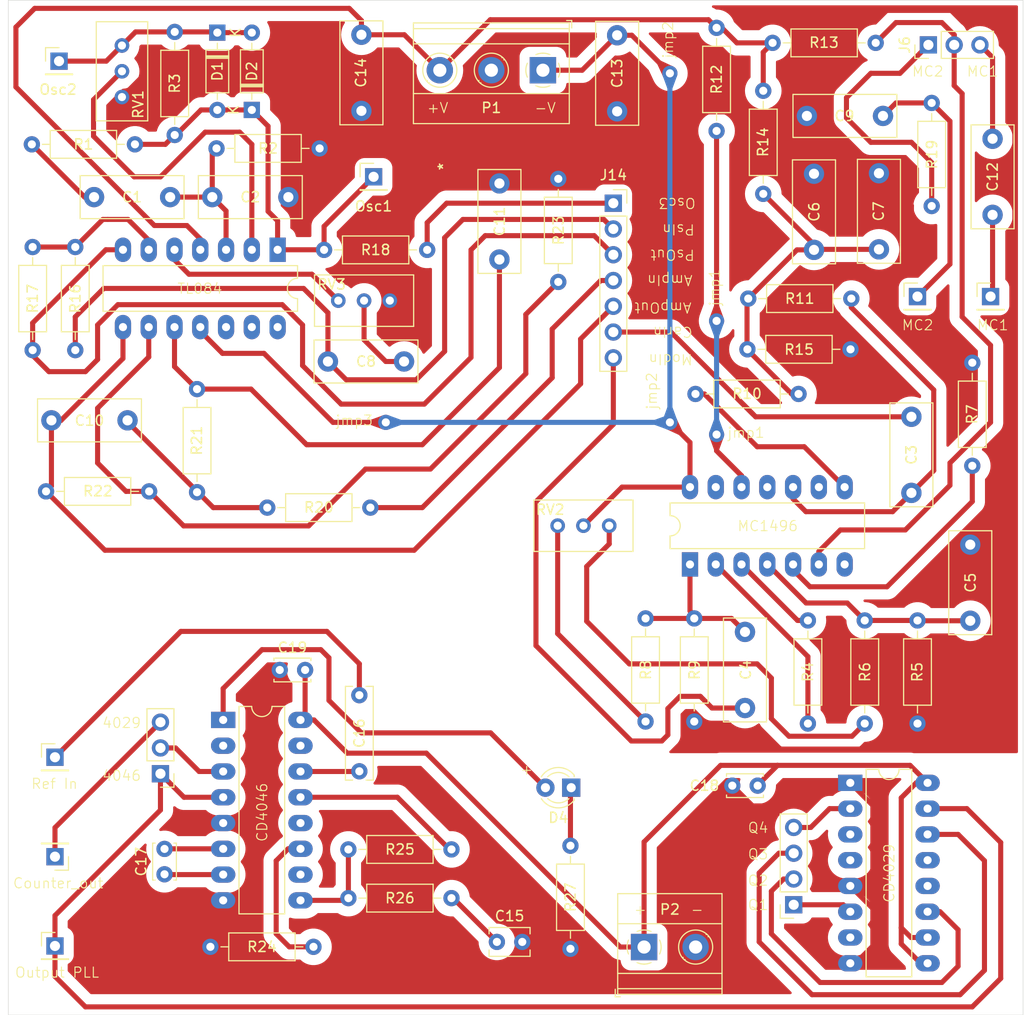
<source format=kicad_pcb>
(kicad_pcb (version 20240108) (generator "pcbnew") (generator_version "8.0")
  (layers (0 "F.Cu" mixed) (31 "B.Cu" jumper) (36 "B.SilkS" user "B.Silkscreen") (37 "F.SilkS" user "F.Silkscreen") (38 "B.Mask" user) (39 "F.Mask" user) (44 "Edge.Cuts" user))
  (net 0 "")
  (net 1 "Net-(C1-Pad2)")
  (net 2 "Net-(U1A-+)")
  (net 3 "GND")
  (net 4 "Net-(U2-CARRIER_IN)")
  (net 5 "Net-(U2-SIGNAL_IN)")
  (net 6 "Net-(U2-SIGNAL_IN_2)")
  (net 7 "Net-(C6-Pad2)")
  (net 8 "Net-(C8-Pad2)")
  (net 9 "Net-(J13-Pin_1)")
  (net 10 "Net-(C10-Pad1)")
  (net 11 "Net-(U1C-+)")
  (net 12 "Net-(J6-Pin_3)")
  (net 13 "Net-(J12-Pin_1)")
  (net 14 "Net-(D1-K)")
  (net 15 "Net-(D1-A)")
  (net 16 "+12V")
  (net 17 "-12V")
  (net 18 "Net-(U2-GAIN_ADJUST_2)")
  (net 19 "Net-(U2-GAIN_ADJUST)")
  (net 20 "Net-(R6-Pad1)")
  (net 21 "Net-(U2-BIAS)")
  (net 22 "Net-(R8-Pad1)")
  (net 23 "Net-(U2-IN_CARRIER)")
  (net 24 "Net-(U2-OUT_2)")
  (net 25 "Net-(U1B--)")
  (net 26 "Net-(U1C--)")
  (net 27 "Net-(U1A--)")
  (net 28 "Net-(U1B-+)")
  (net 36 "/Car.In")
  (net 37 "/Sig.In")
  (net 38 "/Phase_shift In")
  (net 39 "/Amp Out")
  (net 40 "/Amp In")
  (net 41 "/Osc out3")
  (net 42 "/Phase_shift Out")
  (net 43 "Net-(J6-Pin_1)")
  (net 44 "Net-(J6-Pin_2)")
  (net 45 "Net-(C15-Pad1)")
  (net 46 "Net-(U3-SigIn)")
  (net 47 "Net-(J3-Pin_1)")
  (net 48 "Net-(U3-C1)")
  (net 49 "Net-(U3-C2)")
  (net 50 "VDC")
  (net 51 "Net-(D4-A)")
  (net 52 "Net-(D4-K)")
  (net 53 "/Experimento5/OUT")
  (net 54 "Net-(J2-Pin_3)")
  (net 55 "Net-(J2-Pin_4)")
  (net 56 "Net-(J2-Pin_1)")
  (net 57 "Net-(J2-Pin_2)")
  (net 58 "Net-(J4-Pin_1)")
  (net 59 "/Experimento5/PC2")
  (net 60 "Net-(U3-R1)")
  (net 61 "Net-(U3-VCOin)")
  (net 62 "Net-(U3-PC2)")
  (footprint "Connector_PinHeader_2.54mm:PinHeader_1x01_P2.54mm_Vertical" (layer "F.Cu") (at 139.2 77)
    (property "Reference" "J12" (hide yes))
    (property "Value" "MC Out1")
  )
  (footprint "Capacitor_THT:C_Rect_L10.0mm_W4.0mm_P7.50mm_MKS4" (layer "F.Cu") (at 58.35 67.2 180)
    (property "Reference" "C1")
    (property "Value" "10n")
  )
  (footprint "Package_DIP:DIP-16_W7.62mm_LongPads" (layer "F.Cu") (at 125.375 124.925)
    (property "Reference" "U4" (hide yes))
    (property "Value" "4029")
  )
  (footprint "Resistor_THT:R_Axial_DIN0207_L6.3mm_D2.5mm_P10.16mm_Horizontal" (layer "F.Cu") (at 86.075 131.485 180)
    (property "Reference" "R25")
    (property "Value" "100k")
  )
  (footprint "Resistor_THT:R_Axial_DIN0207_L6.3mm_D2.5mm_P10.16mm_Horizontal" (layer "F.Cu") (at 137.4 93.68 90)
    (property "Reference" "R7")
    (property "Value" "10k")
  )
  (footprint "Resistor_THT:R_Axial_DIN0207_L6.3mm_D2.5mm_P10.16mm_Horizontal" (layer "F.Cu") (at 58.8 50.92 -90)
    (property "Reference" "R3")
    (property "Value" "2k")
  )
  (footprint "TerminalBlock_Phoenix:TerminalBlock_Phoenix_MKDS-1,5-2-5.08_1x02_P5.08mm_Horizontal" (layer "F.Cu") (at 105.055 141.105)
    (property "Reference" "P2")
    (property "Value" "Screw_Terminal_01x02")
  )
  (footprint "Resistor_THT:R_Axial_DIN0207_L6.3mm_D2.5mm_P10.16mm_Horizontal" (layer "F.Cu") (at 115.32 77.2)
    (property "Reference" "R11")
    (property "Value" "2.2k")
  )
  (footprint "Resistor_THT:R_Axial_DIN0207_L6.3mm_D2.5mm_P10.16mm_Horizontal" (layer "F.Cu") (at 44.8 72.12 -90)
    (property "Reference" "R17")
    (property "Value" "1k")
  )
  (footprint "Connector_PinHeader_2.54mm:PinHeader_1x01_P2.54mm_Vertical" (layer "F.Cu") (at 132 77)
    (property "Reference" "J13" (hide yes))
    (property "Value" "MC Out2")
  )
  (footprint "Capacitor_THT:C_Rect_L10.0mm_W4.0mm_P7.50mm_MKS4" (layer "F.Cu") (at 131.4 88.85 -90)
    (property "Reference" "C3")
    (property "Value" "100n")
  )
  (footprint "Resistor_THT:R_Axial_DIN0207_L6.3mm_D2.5mm_P10.16mm_Horizontal" (layer "F.Cu") (at 49 82.28 90)
    (property "Reference" "R16")
    (property "Value" "1k")
  )
  (footprint "Potentiometer_THT:Potentiometer_Bourns_3296W_Vertical" (layer "F.Cu") (at 80 77.4)
    (property "Reference" "RV3")
    (property "Value" "10k")
  )
  (footprint "Resistor_THT:R_Axial_DIN0207_L6.3mm_D2.5mm_P10.16mm_Horizontal" (layer "F.Cu") (at 120.28 86.6 180)
    (property "Reference" "R10")
    (property "Value" "2.2k")
  )
  (footprint "Diode_THT:D_DO-35_SOD27_P7.62mm_Horizontal" (layer "F.Cu") (at 63 50.99 -90)
    (property "Reference" "D1")
    (property "Value" "1N4148")
  )
  (footprint "Resistor_THT:R_Axial_DIN0207_L6.3mm_D2.5mm_P10.16mm_Horizontal" (layer "F.Cu") (at 117.72 52)
    (property "Reference" "R13")
    (property "Value" "1k")
  )
  (footprint "Resistor_THT:R_Axial_DIN0207_L6.3mm_D2.5mm_P10.16mm_Horizontal" (layer "F.Cu") (at 121.2 119.08 90)
    (property "Reference" "R4")
    (property "Value" "100R")
  )
  (footprint "Resistor_THT:R_Axial_DIN0207_L6.3mm_D2.5mm_P10.16mm_Horizontal" (layer "F.Cu") (at 83.68 72.4 180)
    (property "Reference" "R18")
    (property "Value" "100k")
  )
  (footprint "Potentiometer_THT:Potentiometer_Bourns_3296W_Vertical" (layer "F.Cu") (at 53.6 52.26 90)
    (property "Reference" "RV1")
    (property "Value" "10k")
  )
  (footprint "Diode_THT:D_DO-35_SOD27_P7.62mm_Horizontal" (layer "F.Cu") (at 66.4 58.61 90)
    (property "Reference" "D2")
    (property "Value" "1N4148")
  )
  (footprint "Connector_PinHeader_2.54mm:PinHeader_1x01_P2.54mm_Vertical" (layer "F.Cu") (at 78.4 65.2)
    (property "Reference" "Osc1")
    (property "Value" "Osc Out1")
  )
  (footprint "Capacitor_THT:C_Rect_L10.0mm_W4.0mm_P7.50mm_MKS4" (layer "F.Cu") (at 90.8 73.35 90)
    (property "Reference" "C11")
    (property "Value" "10n")
  )
  (footprint "Resistor_THT:R_Axial_DIN0207_L6.3mm_D2.5mm_P10.16mm_Horizontal" (layer "F.Cu") (at 62.92 62.4)
    (property "Reference" "R2")
    (property "Value" "10k")
  )
  (footprint "Capacitor_THT:C_Rect_L10.0mm_W4.0mm_P7.50mm_MKS4" (layer "F.Cu") (at 139.4 61.45 -90)
    (property "Reference" "C12")
    (property "Value" "100n")
  )
  (footprint "Capacitor_THT:C_Rect_L10.0mm_W4.0mm_P7.50mm_MKS4" (layer "F.Cu") (at 115 117.55 90)
    (property "Reference" "C4")
    (property "Value" "100n")
  )
  (footprint "Capacitor_THT:C_Rect_L10.0mm_W4.0mm_P7.50mm_MKS4" (layer "F.Cu") (at 62.5 67.2)
    (property "Reference" "C2")
    (property "Value" "10n")
  )
  (footprint "Capacitor_THT:C_Rect_L10.0mm_W4.0mm_P7.50mm_MKS4" (layer "F.Cu") (at 102.4 58.75 90)
    (property "Reference" "C13")
    (property "Value" "33n")
  )
  (footprint "Capacitor_THT:C_Disc_D3.8mm_W2.6mm_P2.50mm" (layer "F.Cu") (at 90.55 140.6)
    (property "Reference" "C15")
    (property "Value" "68n")
  )
  (footprint "Capacitor_THT:C_Rect_L10.0mm_W4.0mm_P7.50mm_MKS4" (layer "F.Cu") (at 77.2 58.7 90)
    (property "Reference" "C14")
    (property "Value" "33n")
  )
  (footprint "Resistor_THT:R_Axial_DIN0207_L6.3mm_D2.5mm_P10.16mm_Horizontal" (layer "F.Cu") (at 105.2 118.88 90)
    (property "Reference" "R8")
    (property "Value" "1k")
  )
  (footprint "Capacitor_THT:C_Rect_L10.0mm_W4.0mm_P7.50mm_MKS4" (layer "F.Cu") (at 121.8 64.9 -90)
    (property "Reference" "C6")
    (property "Value" "100n")
  )
  (footprint "Capacitor_THT:C_Rect_L10.0mm_W4.0mm_P7.50mm_MKS4" (layer "F.Cu") (at 128.6 59.2 180)
    (property "Reference" "C9")
    (property "Value" "10n")
  )
  (footprint "Resistor_THT:R_Axial_DIN0207_L6.3mm_D2.5mm_P10.16mm_Horizontal" (layer "F.Cu") (at 75.915 136.285)
    (property "Reference" "R26")
    (property "Value" "4k7")
  )
  (footprint "Potentiometer_THT:Potentiometer_Bourns_3296W_Vertical" (layer "F.Cu") (at 101.62 99.58)
    (property "Reference" "RV2")
    (property "Value" "R_Potentiometer_US")
  )
  (footprint "Resistor_THT:R_Axial_DIN0207_L6.3mm_D2.5mm_P10.16mm_Horizontal" (layer "F.Cu") (at 61 96.28 90)
    (property "Reference" "R21")
    (property "Value" "1k")
  )
  (footprint "Resistor_THT:R_Axial_DIN0207_L6.3mm_D2.5mm_P10.16mm_Horizontal" (layer "F.Cu") (at 133.4 57.92 -90)
    (property "Reference" "R19")
    (property "Value" "100k")
  )
  (footprint "Resistor_THT:R_Axial_DIN0207_L6.3mm_D2.5mm_P10.16mm_Horizontal" (layer "F.Cu") (at 56.28 96.2 180)
    (property "Reference" "R22")
    (property "Value" "1.9k")
  )
  (footprint "Connector_PinSocket_2.54mm:PinSocket_1x04_P2.54mm_Vertical" (layer "F.Cu") (at 119.8 136.94 180)
    (property "Reference" "J2" (hide yes))
    (property "Value" "F Select")
  )
  (footprint "Resistor_THT:R_Axial_DIN0207_L6.3mm_D2.5mm_P10.16mm_Horizontal" (layer "F.Cu") (at 112.2 50.52 -90)
    (property "Reference" "R12")
    (property "Value" "1k")
  )
  (footprint "LED_THT:LED_D3.0mm" (layer "F.Cu") (at 97.875 125.4 180)
    (property "Reference" "D4")
    (property "Value" "LED")
  )
  (footprint "Resistor_THT:R_Axial_DIN0207_L6.3mm_D2.5mm_P10.16mm_Horizontal" (layer "F.Cu") (at 96.6 65.4 -90)
    (property "Reference" "R23")
    (property "Value" "1k")
  )
  (footprint "Resistor_THT:R_Axial_DIN0207_L6.3mm_D2.5mm_P10.16mm_Horizontal" (layer "F.Cu") (at 125.4 82.2 180)
    (property "Reference" "R15")
    (property "Value" "10k")
  )
  (footprint "Connector_PinSocket_2.54mm:PinSocket_1x07_P2.54mm_Vertical" (layer "F.Cu") (at 102.025 67.8)
    (property "Reference" "J14")
    (property "Value" "Conn_01x07_Socket")
  )
  (footprint "Package_DIP:DIP-16_W7.62mm_LongPads" (layer "F.Cu") (at 63.575 118.725)
    (property "Reference" "U3" (hide yes))
    (property "Value" "4046")
  )
  (footprint "Capacitor_THT:C_Rect_L10.0mm_W4.0mm_P7.50mm_MKS4" (layer "F.Cu") (at 54.15 89.2 180)
    (property "Reference" "C10")
    (property "Value" "10n")
  )
  (footprint "Resistor_THT:R_Axial_DIN0207_L6.3mm_D2.5mm_P10.16mm_Horizontal" (layer "F.Cu") (at 132 119.08 90)
    (property "Reference" "R5")
    (property "Value" "2.7k")
  )
  (footprint "Resistor_THT:R_Axial_DIN0207_L6.3mm_D2.5mm_P10.16mm_Horizontal" (layer "F.Cu") (at 44.72 62)
    (property "Reference" "R1")
    (property "Value" "10k")
  )
  (footprint "Capacitor_THT:C_Rect_L10.0mm_W4.0mm_P7.50mm_MKS4" (layer "F.Cu") (at 137.2 108.95 90)
    (property "Reference" "C5")
    (property "Value" "100n")
  )
  (footprint "Connector_PinHeader_2.54mm:PinHeader_1x03_P2.54mm_Vertical" (layer "F.Cu") (at 133.075 52.2 90)
    (property "Reference" "J6")
    (property "Value" "MC out")
  )
  (footprint "Connector_PinHeader_2.54mm:PinHeader_1x01_P2.54mm_Vertical" (layer "F.Cu") (at 47 141)
    (property "Reference" "J1" (hide yes))
    (property "Value" "Output")
  )
  (footprint "Connector_PinHeader_2.54mm:PinHeader_1x01_P2.54mm_Vertical" (layer "F.Cu") (at 47.4 53.8)
    (property "Reference" "Osc2")
    (property "Value" "Osc Out2")
  )
  (footprint "TerminalBlock_Phoenix:TerminalBlock_Phoenix_MKDS-1,5-3-5.08_1x03_P5.08mm_Horizontal" (layer "F.Cu") (at 95.085 54.695 180)
    (property "Reference" "P1")
    (property "Value" "Screw_Terminal_01x03")
  )
  (footprint "Resistor_THT:R_Axial_DIN0207_L6.3mm_D2.5mm_P10.16mm_Horizontal" (layer "F.Cu") (at 97.8 131.12 -90)
    (property "Reference" "R27")
    (property "Value" "10k")
  )
  (footprint "Capacitor_THT:C_Disc_D3.4mm_W2.1mm_P2.50mm" (layer "F.Cu") (at 57.795 133.935 90)
    (property "Reference" "C17")
    (property "Value" "68n")
  )
  (footprint "Package_DIP:CERDIP-14_W7.62mm_SideBrazed_LongPads" (layer "F.Cu") (at 109.58 103.4 90)
    (property "Reference" "U2" (hide yes))
    (property "Value" "MC1496")
  )
  (footprint "Capacitor_THT:C_Disc_D3.4mm_W2.1mm_P2.50mm" (layer "F.Cu") (at 116.25 125.2 180)
    (property "Reference" "C18")
    (property "Value" "47n")
  )
  (footprint "Connector_PinHeader_2.54mm:PinHeader_1x03_P2.54mm_Vertical" (layer "F.Cu") (at 57.395 124.025 180)
    (property "Reference" "J7" (hide yes))
    (property "Value" "Seletor")
  )
  (footprint "Resistor_THT:R_Axial_DIN0207_L6.3mm_D2.5mm_P10.16mm_Horizontal" (layer "F.Cu") (at 116.8 56.72 -90)
    (property "Reference" "R14")
    (property "Value" "3.9k")
  )
  (footprint "Capacitor_THT:C_Rect_L10.0mm_W4.0mm_P7.50mm_MKS4" (layer "F.Cu") (at 128.2 64.85 -90)
    (property "Reference" "C7")
    (property "Value" "100n")
  )
  (footprint "Capacitor_THT:C_Rect_L9.0mm_W2.5mm_P7.50mm_MKT" (layer "F.Cu") (at 76.995 116.285 -90)
    (property "Reference" "C16")
    (property "Value" "100n")
  )
  (footprint "Resistor_THT:R_Axial_DIN0207_L6.3mm_D2.5mm_P10.16mm_Horizontal" (layer "F.Cu") (at 126.8 119.08 90)
    (property "Reference" "R6")
    (property "Value" "1k")
  )
  (footprint "Connector_PinHeader_2.54mm:PinHeader_1x01_P2.54mm_Vertical" (layer "F.Cu") (at 47 122.4)
    (property "Reference" "J3" (hide yes))
    (property "Value" "Ref In")
  )
  (footprint "Capacitor_THT:C_Rect_L10.0mm_W4.0mm_P7.50mm_MKS4" (layer "F.Cu") (at 73.9 83.4)
    (property "Reference" "C8")
    (property "Value" "10n")
  )
  (footprint "Connector_PinHeader_2.54mm:PinHeader_1x01_P2.54mm_Vertical" (layer "F.Cu") (at 47 132.2 180)
    (property "Reference" "J4" (hide yes))
    (property "Value" "F_select_out")
  )
  (footprint "Resistor_THT:R_Axial_DIN0207_L6.3mm_D2.5mm_P10.16mm_Horizontal" (layer "F.Cu") (at 62.315 141.085)
    (property "Reference" "R24")
    (property "Value" "10k")
  )
  (footprint "Resistor_THT:R_Axial_DIN0207_L6.3mm_D2.5mm_P10.16mm_Horizontal" (layer "F.Cu") (at 110 108.72 -90)
    (property "Reference" "R9")
    (property "Value" "2.7k")
  )
  (footprint "Capacitor_THT:C_Disc_D3.4mm_W2.1mm_P2.50mm" (layer "F.Cu") (at 71.65 113.8 180)
    (property "Reference" "C19")
    (property "Value" "47n")
  )
  (footprint "Resistor_THT:R_Axial_DIN0207_L6.3mm_D2.5mm_P10.16mm_Horizontal" (layer "F.Cu") (at 78.08 97.8 180)
    (property "Reference" "R20")
    (property "Value" "1k")
  )
  (footprint "Package_DIP:CERDIP-14_W7.62mm_SideBrazed_LongPads" (layer "F.Cu") (at 68.94 72.39 -90)
    (property "Reference" "U1" (hide yes))
    (property "Value" "TL084")
  )
  (gr_rect (start 42.4 47.8) (end 142.4 147.8) (stroke (width 0.05)) (fill none) (layer "Edge.Cuts"))
  (gr_text "Q4" (at 115.225 129.94 0) (layer "F.SilkS") (effects (font (size 1 1) (thickness 0.1)) (justify left bottom)))
  (gr_text "jmp1" (at 113.2 91 0) (layer "F.SilkS") (effects (font (size 1 1) (thickness 0.1)) (justify left bottom)))
  (gr_text "+" (at 104 138 0) (layer "F.SilkS") (effects (font (size 1 1) (thickness 0.1)) (justify left bottom)))
  (gr_text "Ref In" (at 44.6 125.6 0) (layer "F.SilkS") (effects (font (size 1 1) (thickness 0.1)) (justify left bottom)))
  (gr_text "CD4046" (at 68 130.8 90) (layer "F.SilkS") (effects (font (size 1 1) (thickness 0.1)) (justify left bottom)))
  (gr_text "4029" (at 51.6 119.6 0) (layer "F.SilkS") (effects (font (size 1 1) (thickness 0.1)) (justify left bottom)))
  (gr_text "jmp1" (at 112.6 78 90) (layer "F.SilkS") (effects (font (size 1 1) (thickness 0.1)) (justify left bottom)))
  (gr_text "4046" (at 51.6 124.8 0) (layer "F.SilkS") (effects (font (size 1 1) (thickness 0.1)) (justify left bottom)))
  (gr_text "Osc3" (at 110.2 67.2 180) (layer "F.SilkS") (effects (font (size 1 1) (thickness 0.1)) (justify left bottom)))
  (gr_text "jmp3" (at 74.6 89.8 0) (layer "F.SilkS") (effects (font (size 1 1) (thickness 0.1)) (justify left bottom)))
  (gr_text "MC1" (at 136.8 55.4 0) (layer "F.SilkS") (effects (font (size 1 1) (thickness 0.1)) (justify left bottom)))
  (gr_text "+" (at 92.8 124.2 0) (layer "F.SilkS") (effects (font (size 1 1) (thickness 0.1)) (justify left bottom)))
  (gr_text "AmpOut" (at 109.8 77.5 180) (layer "F.SilkS") (effects (font (size 1 1) (thickness 0.1)) (justify left bottom)))
  (gr_text "jmp2" (at 108 53.6 90) (layer "F.SilkS") (effects (font (size 1 1) (thickness 0.1)) (justify left bottom)))
  (gr_text "MC1" (at 137.8 80.4 0) (layer "F.SilkS") (effects (font (size 1 1) (thickness 0.1)) (justify left bottom)))
  (gr_text "Counter_out" (at 42.8 135.4 0) (layer "F.SilkS") (effects (font (size 1 1) (thickness 0.1)) (justify left bottom)))
  (gr_text "AmpIn" (at 109.9 74.8 180) (layer "F.SilkS") (effects (font (size 1 1) (thickness 0.1)) (justify left bottom)))
  (gr_text "-" (at 109.6 138 0) (layer "F.SilkS") (effects (font (size 1 1) (thickness 0.1)) (justify left bottom)))
  (gr_text "PsIn" (at 110.1 69.8 180) (layer "F.SilkS") (effects (font (size 1 1) (thickness 0.1)) (justify left bottom)))
  (gr_text "-V" (at 94.2 59 0) (layer "F.SilkS") (effects (font (size 1 1) (thickness 0.1)) (justify left bottom)))
  (gr_text "jmp2" (at 106.4 88.2 90) (layer "F.SilkS") (effects (font (size 1 1) (thickness 0.1)) (justify left bottom)))
  (gr_text "+V" (at 83.6 59 0) (layer "F.SilkS") (effects (font (size 1 1) (thickness 0.1)) (justify left bottom)))
  (gr_text "Q2" (at 115.225 135.14 0) (layer "F.SilkS") (effects (font (size 1 1) (thickness 0.1)) (justify left bottom)))
  (gr_text "MC2" (at 131.4 55.4 0) (layer "F.SilkS") (effects (font (size 1 1) (thickness 0.1)) (justify left bottom)))
  (gr_text "PsOut" (at 110.1 72.3 180) (layer "F.SilkS") (effects (font (size 1 1) (thickness 0.1)) (justify left bottom)))
  (gr_text "ModIn" (at 109.9 82.6 180) (layer "F.SilkS") (effects (font (size 1 1) (thickness 0.1)) (justify left bottom)))
  (gr_text "Q3" (at 115.225 132.54 0) (layer "F.SilkS") (effects (font (size 1 1) (thickness 0.1)) (justify left bottom)))
  (gr_text "TL084" (at 59 76.8 0) (layer "F.SilkS") (effects (font (size 1 1) (thickness 0.1)) (justify left bottom)))
  (gr_text "Output PLL" (at 43 144.2 0) (layer "F.SilkS") (effects (font (size 1 1) (thickness 0.1)) (justify left bottom)))
  (gr_text "CD4029" (at 129.8 136.8 90) (layer "F.SilkS") (effects (font (size 1 1) (thickness 0.1)) (justify left bottom)))
  (gr_text "Q1" (at 115.225 137.54 0) (layer "F.SilkS") (effects (font (size 1 1) (thickness 0.1)) (justify left bottom)))
  (gr_text "MC1496" (at 114.2 100.2 0) (layer "F.SilkS") (effects (font (size 1 1) (thickness 0.1)) (justify left bottom)))
  (gr_text "MC2" (at 130.4 80.4 0) (layer "F.SilkS") (effects (font (size 1 1) (thickness 0.1)) (justify left bottom)))
  (gr_text "CarIn" (at 109.9 79.9 180) (layer "F.SilkS") (effects (font (size 1 1) (thickness 0.1)) (justify left bottom)))
  (segment (start 44.72 62) (end 49.92 67.2) (width 0.5) (layer "F.Cu") (net 1))
  (segment (start 49.92 67.2) (end 50.85 67.2) (width 0.5) (layer "F.Cu") (net 1))
  (segment (start 62.5 67.2) (end 62.5 62.82) (width 0.5) (layer "F.Cu") (net 2))
  (segment (start 63.86 68.56) (end 62.5 67.2) (width 0.5) (layer "F.Cu") (net 2))
  (segment (start 62.5 62.82) (end 62.92 62.4) (width 0.5) (layer "F.Cu") (net 2))
  (segment (start 58.35 67.2) (end 62.5 67.2) (width 0.5) (layer "F.Cu") (net 2))
  (segment (start 63.86 72.39) (end 63.86 68.56) (width 0.5) (layer "F.Cu") (net 2))
  (segment (start 93.05 142.35) (end 93.05 140.6) (width 0.5) (layer "F.Cu") (net 3))
  (segment (start 134.32 119.08) (end 141 112.4) (width 0.5) (layer "F.Cu") (net 3))
  (segment (start 117.4 127.2) (end 115.75 127.2) (width 0.5) (layer "F.Cu") (net 3))
  (segment (start 66.4 127.6) (end 66.4 116.4) (width 0.5) (layer "F.Cu") (net 3))
  (segment (start 131.4 72.8) (end 131.4 68.05) (width 0.5) (layer "F.Cu") (net 3))
  (segment (start 66.4 134.8) (end 66.4 130.6) (width 0.5) (layer "F.Cu") (net 3))
  (segment (start 121.1 55.3) (end 121.1 59.2) (width 0.5) (layer "F.Cu") (net 3))
  (segment (start 127.6 48.8) (end 121.1 55.3) (width 0.5) (layer "F.Cu") (net 3))
  (segment (start 86 58.7) (end 87.05 57.65) (width 0.5) (layer "F.Cu") (net 3))
  (segment (start 134.12 83.52) (end 128.2 77.6) (width 0.5) (layer "F.Cu") (net 3))
  (segment (start 71.7 53.2) (end 77.2 58.7) (width 0.5) (layer "F.Cu") (net 3))
  (segment (start 121.1 59.2) (end 120.7 58.8) (width 0.5) (layer "F.Cu") (net 3))
  (segment (start 57.74 53.2) (end 71.7 53.2) (width 0.5) (layer "F.Cu") (net 3))
  (segment (start 121.1 64.2) (end 121.8 64.9) (width 0.5) (layer "F.Cu") (net 3))
  (segment (start 62.695 136.505) (end 61.2 138) (width 0.5) (layer "F.Cu") (net 3))
  (segment (start 69 113.8) (end 69.15 113.8) (width 0.5) (layer "F.Cu") (net 3))
  (segment (start 110.135 141.105) (end 110.77 141.105) (width 0.5) (layer "F.Cu") (net 3))
  (segment (start 61.2 139.97) (end 62.315 141.085) (width 0.5) (layer "F.Cu") (net 3))
  (segment (start 139.2 48.8) (end 127.6 48.8) (width 0.5) (layer "F.Cu") (net 3))
  (segment (start 123.2 76.7) (end 124.9 75) (width 0.5) (layer "F.Cu") (net 3))
  (segment (start 63.575 128.885) (end 65.115 128.885) (width 0.5) (layer "F.Cu") (net 3))
  (segment (start 73.08 64.12) (end 70 67.2) (width 0.5) (layer "F.Cu") (net 3))
  (segment (start 115.75 127.2) (end 113.75 125.2) (width 0.5) (layer "F.Cu") (net 3))
  (segment (start 131.4 68.05) (end 128.2 64.85) (width 0.5) (layer "F.Cu") (net 3))
  (segment (start 128.2 77.6) (end 128.2 75) (width 0.5) (layer "F.Cu") (net 3))
  (segment (start 125.375 142.705) (end 125.895 142.705) (width 0.5) (layer "F.Cu") (net 3))
  (segment (start 80 68.8) (end 87.05 61.75) (width 0.5) (layer "F.Cu") (net 3))
  (segment (start 137.4 83.52) (end 134.12 83.52) (width 0.5) (layer "F.Cu") (net 3))
  (segment (start 121.95 64.85) (end 128.2 64.85) (width 0.5) (layer "F.Cu") (net 3))
  (segment (start 90.8 65.85) (end 87.05 62.1) (width 0.5) (layer "F.Cu") (net 3))
  (segment (start 132 119.08) (end 129.48 121.6) (width 0.5) (layer "F.Cu") (net 3))
  (segment (start 125.375 124.925) (end 119.675 124.925) (width 0.5) (layer "F.Cu") (net 3))
  (segment (start 141.6 97.05) (end 141.6 51.2) (width 0.5) (layer "F.Cu") (net 3))
  (segment (start 77.2 58.7) (end 86 58.7) (width 0.5) (layer "F.Cu") (net 3))
  (segment (start 127.6 141) (end 127.6 137.31) (width 0.5) (layer "F.Cu") (net 3))
  (segment (start 62.315 141.085) (end 62.315 142.915) (width 0.5) (layer "F.Cu") (net 3))
  (segment (start 90.8 65.85) (end 96.15 65.85) (width 0.5) (layer "F.Cu") (net 3))
  (segment (start 125.375 124.925) (end 127.6 127.15) (width 0.5) (layer "F.Cu") (net 3))
  (segment (start 97.8 141.28) (end 100.32 143.8) (width 0.5) (layer "F.Cu") (net 3))
  (segment (start 110.135 128.815) (end 113.75 125.2) (width 0.5) (layer "F.Cu") (net 3))
  (segment (start 62.315 142.915) (end 64.6 145.2) (width 0.5) (layer "F.Cu") (net 3))
  (segment (start 66.4 130.6) (end 64.685 128.885) (width 0.5) (layer "F.Cu") (net 3))
  (segment (start 120.7 58.8) (end 102.45 58.8) (width 0.5) (layer "F.Cu") (net 3))
  (segment (start 119.675 124.925) (end 117.4 127.2) (width 0.5) (layer "F.Cu") (net 3))
  (segment (start 121.1 59.2) (end 121.1 64.2) (width 0.5) (layer "F.Cu") (net 3))
  (segment (start 87.05 61.75) (end 87.05 57.65) (width 0.5) (layer "F.Cu") (net 3))
  (segment (start 61.2 138) (end 61.2 139.97) (width 0.5) (layer "F.Cu") (net 3))
  (segment (start 125.4 82.2) (end 123.2 80) (width 0.5) (layer "F.Cu") (net 3))
  (segment (start 64.695 136.505) (end 66.4 134.8) (width 0.5) (layer "F.Cu") (net 3))
  (segment (start 100.32 143.8) (end 107.44 143.8) (width 0.5) (layer "F.Cu") (net 3))
  (segment (start 107.44 143.8) (end 110.135 141.105) (width 0.5) (layer "F.Cu") (net 3))
  (segment (start 73.08 62.4) (end 73.08 64.12) (width 0.5) (layer "F.Cu") (net 3))
  (segment (start 63.575 136.505) (end 64.695 136.505) (width 0.5) (layer "F.Cu") (net 3))
  (segment (start 127.6 127.15) (end 127.6 137.31) (width 0.5) (layer "F.Cu") (net 3))
  (segment (start 102.4 58.75) (end 94.06 58.75) (width 0.5) (layer "F.Cu") (net 3))
  (segment (start 97.12 140.6) (end 97.8 141.28) (width 0.5) (layer "F.Cu") (net 3))
  (segment (start 65.115 128.885) (end 66.4 127.6) (width 0.5) (layer "F.Cu") (net 3))
  (segment (start 141 105.25) (end 137.2 101.45) (width 0.5) (layer "F.Cu") (net 3))
  (segment (start 128.2 75) (end 129.2 75) (width 0.5) (layer "F.Cu") (net 3))
  (segment (start 141 112.4) (end 141 105.25) (width 0.5) (layer "F.Cu") (net 3))
  (segment (start 127.6 137.31) (end 125.375 135.085) (width 0.5) (layer "F.Cu") (net 3))
  (segment (start 121.9 64.9) (end 121.95 64.85) (width 0.5) (layer "F.Cu") (net 3))
  (segment (start 123.2 80) (end 123.2 76.7) (width 0.5) (layer "F.Cu") (net 3))
  (segment (start 90.2 145.2) (end 93.05 142.35) (width 0.5) (layer "F.Cu") (net 3))
  (segment (start 102.45 58.8) (end 102.4 58.75) (width 0.5) (layer "F.Cu") (net 3))
  (segment (start 77.2 58.7) (end 73.5 62.4) (width 0.5) (layer "F.Cu") (net 3))
  (segment (start 64.6 145.2) (end 90.2 145.2) (width 0.5) (layer "F.Cu") (net 3))
  (segment (start 124.9 75) (end 129.2 75) (width 0.5) (layer "F.Cu") (net 3))
  (segment (start 63.575 136.505) (end 62.695 136.505) (width 0.5) (layer "F.Cu") (net 3))
  (segment (start 80 77.4) (end 80 68.8) (width 0.5) (layer "F.Cu") (net 3))
  (segment (start 73.5 62.4) (end 73.08 62.4) (width 0.5) (layer "F.Cu") (net 3))
  (segment (start 112.8 121.6) (end 110.08 118.88) (width 0.5) (layer "F.Cu") (net 3))
  (segment (start 129.2 75) (end 131.4 72.8) (width 0.5) (layer "F.Cu") (net 3))
  (segment (start 132 119.08) (end 134.32 119.08) (width 0.5) (layer "F.Cu") (net 3))
  (segment (start 53.6 57.34) (end 57.74 53.2) (width 0.5) (layer "F.Cu") (net 3))
  (segment (start 96.15 65.85) (end 96.6 65.4) (width 0.5) (layer "F.Cu") (net 3))
  (segment (start 121.8 64.9) (end 121.9 64.9) (width 0.5) (layer "F.Cu") (net 3))
  (segment (start 137.2 101.45) (end 141.6 97.05) (width 0.5) (layer "F.Cu") (net 3))
  (segment (start 94.06 58.75) (end 90.005 54.695) (width 0.5) (layer "F.Cu") (net 3))
  (segment (start 110.135 141.105) (end 110.135 128.815) (width 0.5) (layer "F.Cu") (net 3))
  (segment (start 64.685 128.885) (end 63.575 128.885) (width 0.5) (layer "F.Cu") (net 3))
  (segment (start 141.6 51.2) (end 139.2 48.8) (width 0.5) (layer "F.Cu") (net 3))
  (segment (start 93.05 140.6) (end 97.12 140.6) (width 0.5) (layer "F.Cu") (net 3))
  (segment (start 129.48 121.6) (end 112.8 121.6) (width 0.5) (layer "F.Cu") (net 3))
  (segment (start 87.05 57.65) (end 90.005 54.695) (width 0.5) (layer "F.Cu") (net 3))
  (segment (start 66.4 116.4) (end 69 113.8) (width 0.5) (layer "F.Cu") (net 3))
  (segment (start 87.05 62.1) (end 87.05 61.75) (width 0.5) (layer "F.Cu") (net 3))
  (segment (start 125.895 142.705) (end 127.6 141) (width 0.5) (layer "F.Cu") (net 3))
  (segment (start 110.08 118.88) (end 110 118.88) (width 0.5) (layer "F.Cu") (net 3))
  (segment (start 125.48 78.08) (end 133.6 86.2) (width 0.5) (layer "F.Cu") (net 4))
  (segment (start 121 98.2) (end 129.55 98.2) (width 0.5) (layer "F.Cu") (net 4))
  (segment (start 129.55 98.2) (end 131.4 96.35) (width 0.5) (layer "F.Cu") (net 4))
  (segment (start 133.6 94.15) (end 131.4 96.35) (width 0.5) (layer "F.Cu") (net 4))
  (segment (start 119.74 96.94) (end 121 98.2) (width 0.5) (layer "F.Cu") (net 4))
  (segment (start 119.74 95.78) (end 119.74 96.94) (width 0.5) (layer "F.Cu") (net 4))
  (segment (start 125.48 77.2) (end 125.48 78.08) (width 0.5) (layer "F.Cu") (net 4))
  (segment (start 133.6 86.2) (end 133.6 94.15) (width 0.5) (layer "F.Cu") (net 4))
  (segment (start 113.67 108.72) (end 110 108.72) (width 0.5) (layer "F.Cu") (net 5))
  (segment (start 110 108.72) (end 110 108.4) (width 0.5) (layer "F.Cu") (net 5))
  (segment (start 110 108.4) (end 109.58 107.98) (width 0.5) (layer "F.Cu") (net 5))
  (segment (start 115 110.05) (end 113.67 108.72) (width 0.5) (layer "F.Cu") (net 5))
  (segment (start 105.2 108.72) (end 110 108.72) (width 0.5) (layer "F.Cu") (net 5))
  (segment (start 109.58 107.98) (end 109.58 103.4) (width 0.5) (layer "F.Cu") (net 5))
  (segment (start 132.03 108.95) (end 132 108.92) (width 0.5) (layer "F.Cu") (net 6))
  (segment (start 117.2 103.4) (end 117.223884 103.4) (width 0.5) (layer "F.Cu") (net 6))
  (segment (start 117.223884 103.4) (end 121.023884 107.2) (width 0.5) (layer "F.Cu") (net 6))
  (segment (start 137.2 108.95) (end 132.03 108.95) (width 0.5) (layer "F.Cu") (net 6))
  (segment (start 121.023884 107.2) (end 125.08 107.2) (width 0.5) (layer "F.Cu") (net 6))
  (segment (start 125.08 107.2) (end 126.8 108.92) (width 0.5) (layer "F.Cu") (net 6))
  (segment (start 126.8 108.92) (end 132 108.92) (width 0.5) (layer "F.Cu") (net 6))
  (segment (start 121.8 71.88) (end 121.8 72.4) (width 0.5) (layer "F.Cu") (net 7))
  (segment (start 115.2 77.32) (end 115.32 77.2) (width 0.5) (layer "F.Cu") (net 7))
  (segment (start 120.12 72.4) (end 121.8 72.4) (width 0.5) (layer "F.Cu") (net 7))
  (segment (start 115.32 77.2) (end 120.12 72.4) (width 0.5) (layer "F.Cu") (net 7))
  (segment (start 121.8 72.4) (end 122 72.4) (width 0.5) (layer "F.Cu") (net 7))
  (segment (start 115.24 82.2) (end 115.2 82.16) (width 0.5) (layer "F.Cu") (net 7))
  (segment (start 122 72.4) (end 122.05 72.35) (width 0.5) (layer "F.Cu") (net 7))
  (segment (start 116.8 66.88) (end 121.8 71.88) (width 0.5) (layer "F.Cu") (net 7))
  (segment (start 120.28 86.6) (end 119.6 86.6) (width 0.5) (layer "F.Cu") (net 7))
  (segment (start 119.6 86.6) (end 115.24 82.24) (width 0.5) (layer "F.Cu") (net 7))
  (segment (start 122.05 72.35) (end 128.2 72.35) (width 0.5) (layer "F.Cu") (net 7))
  (segment (start 115.24 82.24) (end 115.24 82.2) (width 0.5) (layer "F.Cu") (net 7))
  (segment (start 115.2 82.16) (end 115.2 77.32) (width 0.5) (layer "F.Cu") (net 7))
  (segment (start 79.6 83.4) (end 77.46 81.26) (width 0.5) (layer "F.Cu") (net 8))
  (segment (start 81.4 83.4) (end 79.6 83.4) (width 0.5) (layer "F.Cu") (net 8))
  (segment (start 77.46 81.26) (end 77.46 77.4) (width 0.5) (layer "F.Cu") (net 8))
  (segment (start 135.2 73.8) (end 132 77) (width 0.5) (layer "F.Cu") (net 9))
  (segment (start 128.6 59.2) (end 129.88 57.92) (width 0.5) (layer "F.Cu") (net 9))
  (segment (start 133.4 57.92) (end 129.88 57.92) (width 0.5) (layer "F.Cu") (net 9))
  (segment (start 135.2 59.72) (end 135.2 73.8) (width 0.5) (layer "F.Cu") (net 9))
  (segment (start 133.4 57.92) (end 135.2 59.72) (width 0.5) (layer "F.Cu") (net 9))
  (segment (start 133.8 57.92) (end 133.8 58) (width 0.5) (layer "F.Cu") (net 9))
  (segment (start 61 96.2) (end 61 96.28) (width 0.5) (layer "F.Cu") (net 10))
  (segment (start 61.08 96.28) (end 62.6 97.8) (width 0.5) (layer "F.Cu") (net 10))
  (segment (start 54.15 89.35) (end 61 96.2) (width 0.5) (layer "F.Cu") (net 10))
  (segment (start 61 96.28) (end 61.08 96.28) (width 0.5) (layer "F.Cu") (net 10))
  (segment (start 54.15 89.2) (end 54.15 89.35) (width 0.5) (layer "F.Cu") (net 10))
  (segment (start 62.6 97.8) (end 67.92 97.8) (width 0.5) (layer "F.Cu") (net 10))
  (segment (start 83.2 91.6) (end 72 91.6) (width 0.5) (layer "F.Cu") (net 11))
  (segment (start 58.78 83.9) (end 58.78 80.01) (width 0.5) (layer "F.Cu") (net 11))
  (segment (start 61 86.12) (end 58.78 83.9) (width 0.5) (layer "F.Cu") (net 11))
  (segment (start 90.8 73.35) (end 90.8 84) (width 0.5) (layer "F.Cu") (net 11))
  (segment (start 71.6 91.4) (end 71.8 91.6) (width 0.5) (layer "F.Cu") (net 11))
  (segment (start 71.8 91.6) (end 72 91.6) (width 0.5) (layer "F.Cu") (net 11))
  (segment (start 61 86.12) (end 66.32 86.12) (width 0.5) (layer "F.Cu") (net 11))
  (segment (start 90.8 84) (end 83.2 91.6) (width 0.5) (layer "F.Cu") (net 11))
  (segment (start 66.32 86.12) (end 71.6 91.4) (width 0.5) (layer "F.Cu") (net 11))
  (segment (start 139.4 61.45) (end 139.4 53.445) (width 0.5) (layer "F.Cu") (net 12))
  (segment (start 139.4 53.445) (end 138.155 52.2) (width 0.5) (layer "F.Cu") (net 12))
  (segment (start 139.4 76.8) (end 139.2 77) (width 0.5) (layer "F.Cu") (net 13))
  (segment (start 139.4 68.95) (end 139.4 76.8) (width 0.5) (layer "F.Cu") (net 13))
  (segment (start 47.4 53.8) (end 52.06 53.8) (width 0.5) (layer "F.Cu") (net 14))
  (segment (start 58.8 50.92) (end 62.93 50.92) (width 0.5) (layer "F.Cu") (net 14))
  (segment (start 53.6 52.26) (end 54.94 50.92) (width 0.5) (layer "F.Cu") (net 14))
  (segment (start 62.93 50.92) (end 63 50.99) (width 0.5) (layer "F.Cu") (net 14))
  (segment (start 54.94 50.92) (end 58.8 50.92) (width 0.5) (layer "F.Cu") (net 14))
  (segment (start 52.06 53.8) (end 53.6 52.26) (width 0.5) (layer "F.Cu") (net 14))
  (segment (start 53.54 52.2) (end 53.6 52.26) (width 0.5) (layer "F.Cu") (net 14))
  (segment (start 63 50.99) (end 66.4 50.99) (width 0.5) (layer "F.Cu") (net 14))
  (segment (start 66.4 58.61) (end 68 60.21) (width 0.5) (layer "F.Cu") (net 15))
  (segment (start 58.8 61.08) (end 58.92 61.08) (width 0.5) (layer "F.Cu") (net 15))
  (segment (start 58.92 61.08) (end 61.39 58.61) (width 0.5) (layer "F.Cu") (net 15))
  (segment (start 68.94 72.39) (end 73.51 72.39) (width 0.5) (layer "F.Cu") (net 15))
  (segment (start 68.94 69.54) (end 68.94 72.39) (width 0.5) (layer "F.Cu") (net 15))
  (segment (start 61.39 58.61) (end 63 58.61) (width 0.5) (layer "F.Cu") (net 15))
  (segment (start 68 60.21) (end 68 68.6) (width 0.5) (layer "F.Cu") (net 15))
  (segment (start 54.88 62) (end 57.88 62) (width 0.5) (layer "F.Cu") (net 15))
  (segment (start 68 68.6) (end 68.94 69.54) (width 0.5) (layer "F.Cu") (net 15))
  (segment (start 63 58.61) (end 66.4 58.61) (width 0.5) (layer "F.Cu") (net 15))
  (segment (start 73.52 70.08) (end 78.4 65.2) (width 0.5) (layer "F.Cu") (net 15))
  (segment (start 73.51 72.39) (end 73.52 72.4) (width 0.5) (layer "F.Cu") (net 15))
  (segment (start 73.52 72.4) (end 73.52 70.08) (width 0.5) (layer "F.Cu") (net 15))
  (segment (start 57.88 62) (end 58.8 61.08) (width 0.5) (layer "F.Cu") (net 15))
  (segment (start 76 48.6) (end 77.2 49.8) (width 0.5) (layer "F.Cu") (net 16))
  (segment (start 84.925 54.695) (end 81.43 51.2) (width 0.5) (layer "F.Cu") (net 16))
  (segment (start 111.400001 49.720001) (end 89.899999 49.720001) (width 0.5) (layer "F.Cu") (net 16))
  (segment (start 61.32 72.39) (end 61.32 71.32) (width 0.5) (layer "F.Cu") (net 16))
  (segment (start 43.15 50.45) (end 45 48.6) (width 0.5) (layer "F.Cu") (net 16))
  (segment (start 60 70) (end 56.8 70) (width 0.5) (layer "F.Cu") (net 16))
  (segment (start 45 48.6) (end 76 48.6) (width 0.5) (layer "F.Cu") (net 16))
  (segment (start 114.2 52) (end 117.72 52) (width 0.5) (layer "F.Cu") (net 16))
  (segment (start 116.8 56.72) (end 116.8 52.92) (width 0.5) (layer "F.Cu") (net 16))
  (segment (start 81.43 51.2) (end 77.2 51.2) (width 0.5) (layer "F.Cu") (net 16))
  (segment (start 112.2 50.52) (end 112.72 50.52) (width 0.5) (layer "F.Cu") (net 16))
  (segment (start 56.8 70) (end 43.15 56.35) (width 0.5) (layer "F.Cu") (net 16))
  (segment (start 61.32 71.32) (end 60 70) (width 0.5) (layer "F.Cu") (net 16))
  (segment (start 77.2 49.8) (end 77.2 51.2) (width 0.5) (layer "F.Cu") (net 16))
  (segment (start 43.15 56.35) (end 43.15 50.45) (width 0.5) (layer "F.Cu") (net 16))
  (segment (start 116.8 52.92) (end 117.72 52) (width 0.5) (layer "F.Cu") (net 16))
  (segment (start 112.2 50.52) (end 111.400001 49.720001) (width 0.5) (layer "F.Cu") (net 16))
  (segment (start 89.899999 49.720001) (end 84.925 54.695) (width 0.5) (layer "F.Cu") (net 16))
  (segment (start 112.72 50.52) (end 114.2 52) (width 0.5) (layer "F.Cu") (net 16))
  (segment (start 61.32 80.41) (end 63.51 82.6) (width 0.5) (layer "F.Cu") (net 17))
  (segment (start 107.6 55) (end 103.85 51.25) (width 0.5) (layer "F.Cu") (net 17))
  (segment (start 61.32 80.01) (end 61.32 80.41) (width 0.5) (layer "F.Cu") (net 17))
  (segment (start 107.6 89.4) (end 109.58 91.38) (width 0.5) (layer "F.Cu") (net 17))
  (segment (start 98.955 54.695) (end 102.4 51.25) (width 0.5) (layer "F.Cu") (net 17))
  (segment (start 74.4 89.4) (end 79.6 89.4) (width 0.5) (layer "F.Cu") (net 17))
  (segment (start 99.08 99.58) (end 102.88 95.78) (width 0.5) (layer "F.Cu") (net 17))
  (segment (start 63.51 82.6) (end 67.6 82.6) (width 0.5) (layer "F.Cu") (net 17))
  (segment (start 67.6 82.6) (end 74.4 89.4) (width 0.5) (layer "F.Cu") (net 17))
  (segment (start 102.88 95.78) (end 109.58 95.78) (width 0.5) (layer "F.Cu") (net 17))
  (segment (start 103.85 51.25) (end 102.4 51.25) (width 0.5) (layer "F.Cu") (net 17))
  (segment (start 109.58 91.38) (end 109.58 95.78) (width 0.5) (layer "F.Cu") (net 17))
  (segment (start 95.085 54.695) (end 98.955 54.695) (width 0.5) (layer "F.Cu") (net 17))
  (via (at 79.6 89.4) (size 1.5) (drill 0.8) (layers "F.Cu" "B.Cu") (net 17))
  (via (at 107.6 55) (size 1.5) (drill 0.8) (layers "F.Cu" "B.Cu") (net 17))
  (via (at 107.6 89.4) (size 1.5) (drill 0.8) (layers "F.Cu" "B.Cu") (net 17))
  (segment (start 79.6 89.4) (end 107 89.4) (width 0.5) (layer "B.Cu") (net 17))
  (segment (start 107.6 89.4) (end 107.6 55) (width 0.5) (layer "B.Cu") (net 17))
  (segment (start 107 89.4) (end 107.6 89.4) (width 0.5) (layer "B.Cu") (net 17))
  (segment (start 120.18 108.92) (end 121.2 108.92) (width 0.5) (layer "F.Cu") (net 18))
  (segment (start 114.66 103.4) (end 120.18 108.92) (width 0.5) (layer "F.Cu") (net 18))
  (segment (start 121.2 112.48) (end 112.12 103.4) (width 0.5) (layer "F.Cu") (net 19))
  (segment (start 121.2 119.08) (end 121.2 112.48) (width 0.5) (layer "F.Cu") (net 19))
  (segment (start 116.2 113.2) (end 103.6 113.2) (width 0.5) (layer "F.Cu") (net 20))
  (segment (start 101.62 101.38) (end 101.62 99.58) (width 0.5) (layer "F.Cu") (net 20))
  (segment (start 119.33 120.33) (end 117.6 118.6) (width 0.5) (layer "F.Cu") (net 20))
  (segment (start 99.4 109) (end 99.4 103.6) (width 0.5) (layer "F.Cu") (net 20))
  (segment (start 103.6 113.2) (end 99.4 109) (width 0.5) (layer "F.Cu") (net 20))
  (segment (start 126.8 119.08) (end 125.55 120.33) (width 0.5) (layer "F.Cu") (net 20))
  (segment (start 125.55 120.33) (end 119.33 120.33) (width 0.5) (layer "F.Cu") (net 20))
  (segment (start 117.6 114.6) (end 116.2 113.2) (width 0.5) (layer "F.Cu") (net 20))
  (segment (start 117.6 118.6) (end 117.6 114.6) (width 0.5) (layer "F.Cu") (net 20))
  (segment (start 99.4 103.6) (end 101.62 101.38) (width 0.5) (layer "F.Cu") (net 20))
  (segment (start 119.74 103.4) (end 119.74 103.94) (width 0.5) (layer "F.Cu") (net 21))
  (segment (start 121.4 105.6) (end 129 105.6) (width 0.5) (layer "F.Cu") (net 21))
  (segment (start 137.4 97.2) (end 137.4 93.68) (width 0.5) (layer "F.Cu") (net 21))
  (segment (start 129 105.6) (end 137.4 97.2) (width 0.5) (layer "F.Cu") (net 21))
  (segment (start 119.74 103.94) (end 121.4 105.6) (width 0.5) (layer "F.Cu") (net 21))
  (segment (start 105.2 118.88) (end 96.54 110.22) (width 0.5) (layer "F.Cu") (net 22))
  (segment (start 96.54 110.22) (end 96.54 99.58) (width 0.5) (layer "F.Cu") (net 22))
  (segment (start 124.82 95.78) (end 120.84 91.8) (width 0.5) (layer "F.Cu") (net 23))
  (segment (start 111 86.6) (end 110.12 86.6) (width 0.5) (layer "F.Cu") (net 23))
  (segment (start 116.2 91.8) (end 111 86.6) (width 0.5) (layer "F.Cu") (net 23))
  (segment (start 120.84 91.8) (end 116.2 91.8) (width 0.5) (layer "F.Cu") (net 23))
  (segment (start 114.66 94.66) (end 112.4 92.4) (width 0.5) (layer "F.Cu") (net 24))
  (segment (start 114.66 94.66) (end 112.2 92.2) (width 0.5) (layer "F.Cu") (net 24))
  (segment (start 112.2 92.2) (end 112.2 90.6) (width 0.5) (layer "F.Cu") (net 24))
  (segment (start 112.2 79.4) (end 112.2 60.68) (width 0.5) (layer "F.Cu") (net 24))
  (segment (start 114.66 95.78) (end 114.66 94.66) (width 0.5) (layer "F.Cu") (net 24))
  (via (at 112.2 90.6) (size 1.5) (drill 0.8) (layers "F.Cu" "B.Cu") (net 24))
  (via (at 112.2 79.4) (size 1.5) (drill 0.8) (layers "F.Cu" "B.Cu") (net 24))
  (segment (start 112.2 90.6) (end 112.2 79.4) (width 0.5) (layer "B.Cu") (net 24))
  (segment (start 44.8 72.12) (end 49 72.12) (width 0.5) (layer "F.Cu") (net 25))
  (segment (start 51.72 69.4) (end 52.2 69.4) (width 0.5) (layer "F.Cu") (net 25))
  (segment (start 49 72.12) (end 51.72 69.4) (width 0.5) (layer "F.Cu") (net 25))
  (segment (start 56.24 71.44) (end 56.24 72.39) (width 0.5) (layer "F.Cu") (net 25))
  (segment (start 54.2 69.4) (end 56.24 71.44) (width 0.5) (layer "F.Cu") (net 25))
  (segment (start 52.2 69.4) (end 54.2 69.4) (width 0.5) (layer "F.Cu") (net 25))
  (segment (start 72 99.6) (end 59.68 99.6) (width 0.5) (layer "F.Cu") (net 26))
  (segment (start 93.4 78.76) (end 93.4 84.6) (width 0.5) (layer "F.Cu") (net 26))
  (segment (start 51.2 93.4) (end 51.2 88) (width 0.5) (layer "F.Cu") (net 26))
  (segment (start 59.68 99.6) (end 56.28 96.2) (width 0.5) (layer "F.Cu") (net 26))
  (segment (start 54 96.2) (end 51.2 93.4) (width 0.5) (layer "F.Cu") (net 26))
  (segment (start 77.6 94) (end 72 99.6) (width 0.5) (layer "F.Cu") (net 26))
  (segment (start 56.28 96.2) (end 54 96.2) (width 0.5) (layer "F.Cu") (net 26))
  (segment (start 56.24 82.96) (end 56.24 80.01) (width 0.5) (layer "F.Cu") (net 26))
  (segment (start 84 94) (end 77.6 94) (width 0.5) (layer "F.Cu") (net 26))
  (segment (start 51.2 88) (end 56.24 82.96) (width 0.5) (layer "F.Cu") (net 26))
  (segment (start 96.6 75.56) (end 93.4 78.76) (width 0.5) (layer "F.Cu") (net 26))
  (segment (start 93.4 84.6) (end 84 94) (width 0.5) (layer "F.Cu") (net 26))
  (segment (start 61.8 60.8) (end 65.2 60.8) (width 0.5) (layer "F.Cu") (net 27))
  (segment (start 66.4 62) (end 66.4 72.39) (width 0.5) (layer "F.Cu") (net 27))
  (segment (start 50.8 57.6) (end 50.8 61.2) (width 0.5) (layer "F.Cu") (net 27))
  (segment (start 50.8 61.2) (end 54.8 65.2) (width 0.5) (layer "F.Cu") (net 27))
  (segment (start 54.8 65.2) (end 57.4 65.2) (width 0.5) (layer "F.Cu") (net 27))
  (segment (start 53.6 54.8) (end 50.8 57.6) (width 0.5) (layer "F.Cu") (net 27))
  (segment (start 65.2 60.8) (end 66.4 62) (width 0.5) (layer "F.Cu") (net 27))
  (segment (start 57.4 65.2) (end 61.8 60.8) (width 0.5) (layer "F.Cu") (net 27))
  (segment (start 60.2 74.8) (end 72.32 74.8) (width 0.5) (layer "F.Cu") (net 28))
  (segment (start 72.32 74.8) (end 74.92 77.4) (width 0.5) (layer "F.Cu") (net 28))
  (segment (start 58.78 72.39) (end 58.78 73.38) (width 0.5) (layer "F.Cu") (net 28))
  (segment (start 58.78 73.38) (end 60.2 74.8) (width 0.5) (layer "F.Cu") (net 28))
  (segment (start 131.4 88.85) (end 116.05 88.85) (width 0.5) (layer "F.Cu") (net 36))
  (segment (start 102.025 80.5) (end 107.7 80.5) (width 0.5) (layer "F.Cu") (net 36))
  (segment (start 107.7 80.5) (end 114.3 87.1) (width 0.5) (layer "F.Cu") (net 36))
  (segment (start 114.3 87.1) (end 115.8 88.6) (width 0.5) (layer "F.Cu") (net 36))
  (segment (start 116.05 88.85) (end 114.3 87.1) (width 0.5) (layer "F.Cu") (net 36))
  (segment (start 102.025 89.595) (end 94.4 97.22) (width 0.5) (layer "F.Cu") (net 37))
  (segment (start 94.4 111.4) (end 94.4 97.22) (width 0.5) (layer "F.Cu") (net 37))
  (segment (start 107.4 117.6) (end 107.4 120.2) (width 0.5) (layer "F.Cu") (net 37))
  (segment (start 102.025 83.04) (end 102.025 89.595) (width 0.5) (layer "F.Cu") (net 37))
  (segment (start 111.75 117.55) (end 110.6 116.4) (width 0.5) (layer "F.Cu") (net 37))
  (segment (start 103.8 120.8) (end 94.4 111.4) (width 0.5) (layer "F.Cu") (net 37))
  (segment (start 115 117.55) (end 111.75 117.55) (width 0.5) (layer "F.Cu") (net 37))
  (segment (start 107.4 120.2) (end 106.8 120.8) (width 0.5) (layer "F.Cu") (net 37))
  (segment (start 106.8 120.8) (end 103.8 120.8) (width 0.5) (layer "F.Cu") (net 37))
  (segment (start 110.6 116.4) (end 108.6 116.4) (width 0.5) (layer "F.Cu") (net 37))
  (segment (start 108.6 116.4) (end 107.4 117.6) (width 0.5) (layer "F.Cu") (net 37))
  (segment (start 85.4 71.2) (end 85.4 82.4) (width 0.5) (layer "F.Cu") (net 38))
  (segment (start 87.2 69.4) (end 85.4 71.2) (width 0.5) (layer "F.Cu") (net 38))
  (segment (start 85.4 82.4) (end 82.6 85.2) (width 0.5) (layer "F.Cu") (net 38))
  (segment (start 51.8 76.2) (end 71.5 76.2) (width 0.5) (layer "F.Cu") (net 38))
  (segment (start 71.5 76.2) (end 73.9 78.6) (width 0.5) (layer "F.Cu") (net 38))
  (segment (start 49 82.28) (end 49 79) (width 0.5) (layer "F.Cu") (net 38))
  (segment (start 49 79) (end 51.8 76.2) (width 0.5) (layer "F.Cu") (net 38))
  (segment (start 101.085 69.4) (end 87.2 69.4) (width 0.5) (layer "F.Cu") (net 38))
  (segment (start 75.7 85.2) (end 73.9 83.4) (width 0.5) (layer "F.Cu") (net 38))
  (segment (start 73.9 78.6) (end 73.9 83.4) (width 0.5) (layer "F.Cu") (net 38))
  (segment (start 82.6 85.2) (end 75.7 85.2) (width 0.5) (layer "F.Cu") (net 38))
  (segment (start 102.025 70.34) (end 101.085 69.4) (width 0.5) (layer "F.Cu") (net 38))
  (segment (start 46.65 95.67) (end 46.12 96.2) (width 0.5) (layer "F.Cu") (net 39))
  (segment (start 46.65 89.2) (end 47.6 89.2) (width 0.5) (layer "F.Cu") (net 39))
  (segment (start 82.4 102) (end 51.92 102) (width 0.5) (layer "F.Cu") (net 39))
  (segment (start 102.025 77.96) (end 98.8 81.185) (width 0.5) (layer "F.Cu") (net 39))
  (segment (start 51.92 102) (end 46.12 96.2) (width 0.5) (layer "F.Cu") (net 39))
  (segment (start 98.8 85.6) (end 82.4 102) (width 0.5) (layer "F.Cu") (net 39))
  (segment (start 98.8 81.185) (end 98.8 85.6) (width 0.5) (layer "F.Cu") (net 39))
  (segment (start 53.7 83.1) (end 53.7 80.01) (width 0.5) (layer "F.Cu") (net 39))
  (segment (start 47.6 89.2) (end 53.7 83.1) (width 0.5) (layer "F.Cu") (net 39))
  (segment (start 46.65 89.2) (end 46.65 95.67) (width 0.5) (layer "F.Cu") (net 39))
  (segment (start 100.78 75.42) (end 96 80.2) (width 0.5) (layer "F.Cu") (net 40))
  (segment (start 83.2 97.8) (end 78.08 97.8) (width 0.5) (layer "F.Cu") (net 40))
  (segment (start 96 80.2) (end 96 85) (width 0.5) (layer "F.Cu") (net 40))
  (segment (start 102.025 75.42) (end 100.78 75.42) (width 0.5) (layer "F.Cu") (net 40))
  (segment (start 96 85) (end 83.2 97.8) (width 0.5) (layer "F.Cu") (net 40))
  (segment (start 83.68 72.4) (end 83.68 69.72) (width 0.5) (layer "F.Cu") (net 41))
  (segment (start 83.68 69.72) (end 85.6 67.8) (width 0.5) (layer "F.Cu") (net 41))
  (segment (start 102.025 67.8) (end 85.6 67.8) (width 0.5) (layer "F.Cu") (net 41))
  (segment (start 53.2 77.8) (end 69.4 77.8) (width 0.5) (layer "F.Cu") (net 42))
  (segment (start 83.4 87.6) (end 88 83) (width 0.5) (layer "F.Cu") (net 42))
  (segment (start 44.8 82.28) (end 44.8 82.8) (width 0.5) (layer "F.Cu") (net 42))
  (segment (start 46.4 84.4) (end 50 84.4) (width 0.5) (layer "F.Cu") (net 42))
  (segment (start 51.2 83.2) (end 51.2 79.8) (width 0.5) (layer "F.Cu") (net 42))
  (segment (start 71.4 83.8) (end 75.2 87.6) (width 0.5) (layer "F.Cu") (net 42))
  (segment (start 44.8 82.8) (end 46.4 84.4) (width 0.5) (layer "F.Cu") (net 42))
  (segment (start 71.4 79.8) (end 71.4 83.8) (width 0.5) (layer "F.Cu") (net 42))
  (segment (start 69.4 77.8) (end 71.4 79.8) (width 0.5) (layer "F.Cu") (net 42))
  (segment (start 50 84.4) (end 51.2 83.2) (width 0.5) (layer "F.Cu") (net 42))
  (segment (start 100.145 71) (end 102.025 72.88) (width 0.5) (layer "F.Cu") (net 42))
  (segment (start 88 72.4) (end 89.4 71) (width 0.5) (layer "F.Cu") (net 42))
  (segment (start 53.7 72.39) (end 52.01 72.39) (width 0.5) (layer "F.Cu") (net 42))
  (segment (start 44.8 79.6) (end 44.8 82.28) (width 0.5) (layer "F.Cu") (net 42))
  (segment (start 51.2 79.8) (end 53.2 77.8) (width 0.5) (layer "F.Cu") (net 42))
  (segment (start 52.01 72.39) (end 44.8 79.6) (width 0.5) (layer "F.Cu") (net 42))
  (segment (start 89.4 71) (end 100.145 71) (width 0.5) (layer "F.Cu") (net 42))
  (segment (start 88 83) (end 88 72.4) (width 0.5) (layer "F.Cu") (net 42))
  (segment (start 75.2 87.6) (end 83.4 87.6) (width 0.5) (layer "F.Cu") (net 42))
  (segment (start 131.4 61.8) (end 127.4 61.8) (width 0.5) (layer "F.Cu") (net 43))
  (segment (start 133.4 63.8) (end 131.4 61.8) (width 0.5) (layer "F.Cu") (net 43))
  (segment (start 133 52.275) (end 133.075 52.2) (width 0.5) (layer "F.Cu") (net 43))
  (segment (start 127.4 55) (end 130.275 55) (width 0.5) (layer "F.Cu") (net 43))
  (segment (start 125 59.4) (end 125 57.4) (width 0.5) (layer "F.Cu") (net 43))
  (segment (start 125 57.4) (end 127.4 55) (width 0.5) (layer "F.Cu") (net 43))
  (segment (start 127.4 61.8) (end 125 59.4) (width 0.5) (layer "F.Cu") (net 43))
  (segment (start 130.275 55) (end 133.075 52.2) (width 0.5) (layer "F.Cu") (net 43))
  (segment (start 133.4 68.08) (end 133.4 63.8) (width 0.5) (layer "F.Cu") (net 43))
  (segment (start 130.8 100) (end 124.4 100) (width 0.5) (layer "F.Cu") (net 44))
  (segment (start 129.88 50) (end 134.4 50) (width 0.5) (layer "F.Cu") (net 44))
  (segment (start 124.4 100) (end 122.28 102.12) (width 0.5) (layer "F.Cu") (net 44))
  (segment (start 139.2 89.4) (end 135.2 93.4) (width 0.5) (layer "F.Cu") (net 44))
  (segment (start 134.4 50) (end 135.615 51.215) (width 0.5) (layer "F.Cu") (net 44))
  (segment (start 139.2 81.8) (end 139.2 89.4) (width 0.5) (layer "F.Cu") (net 44))
  (segment (start 127.88 52) (end 129.88 50) (width 0.5) (layer "F.Cu") (net 44))
  (segment (start 135.2 95.6) (end 130.8 100) (width 0.5) (layer "F.Cu") (net 44))
  (segment (start 135.615 56.215) (end 136.4 57) (width 0.5) (layer "F.Cu") (net 44))
  (segment (start 136.4 79) (end 139.2 81.8) (width 0.5) (layer "F.Cu") (net 44))
  (segment (start 135.2 93.4) (end 135.2 95.6) (width 0.5) (layer "F.Cu") (net 44))
  (segment (start 136.4 57) (end 136.4 79) (width 0.5) (layer "F.Cu") (net 44))
  (segment (start 122.28 102.12) (end 122.28 103.4) (width 0.5) (layer "F.Cu") (net 44))
  (segment (start 135.615 51.215) (end 135.615 52.2) (width 0.5) (layer "F.Cu") (net 44))
  (segment (start 135.615 52.2) (end 135.615 56.215) (width 0.5) (layer "F.Cu") (net 44))
  (segment (start 135.615 51.185) (end 135.615 52.2) (width 0.5) (layer "F.Cu") (net 44))
  (segment (start 90.55 140.6) (end 86.235 136.285) (width 0.5) (layer "F.Cu") (net 45))
  (segment (start 86.235 136.285) (end 86.075 136.285) (width 0.5) (layer "F.Cu") (net 45))
  (segment (start 71.195 123.805) (end 76.975 123.805) (width 0.5) (layer "F.Cu") (net 46))
  (segment (start 76.975 123.805) (end 76.995 123.785) (width 0.5) (layer "F.Cu") (net 46))
  (segment (start 73.8 110) (end 59.4 110) (width 0.5) (layer "F.Cu") (net 47))
  (segment (start 76.995 113.195) (end 73.8 110) (width 0.5) (layer "F.Cu") (net 47))
  (segment (start 59.4 110) (end 47 122.4) (width 0.5) (layer "F.Cu") (net 47))
  (segment (start 76.995 116.285) (end 76.995 113.195) (width 0.5) (layer "F.Cu") (net 47))
  (segment (start 57.805 131.425) (end 57.795 131.435) (width 0.5) (layer "F.Cu") (net 48))
  (segment (start 63.575 131.425) (end 57.805 131.425) (width 0.5) (layer "F.Cu") (net 48))
  (segment (start 57.825 133.965) (end 57.795 133.935) (width 0.5) (layer "F.Cu") (net 49))
  (segment (start 63.575 133.965) (end 57.825 133.965) (width 0.5) (layer "F.Cu") (net 49))
  (segment (start 132.995 124.925) (end 131.27 123.2) (width 0.5) (layer "F.Cu") (net 50))
  (segment (start 72.525 118.725) (end 75.8 122) (width 0.5) (layer "F.Cu") (net 50))
  (segment (start 102.705 141.105) (end 105.055 141.105) (width 0.5) (layer "F.Cu") (net 50))
  (segment (start 116.25 125.15) (end 116.25 125.2) (width 0.5) (layer "F.Cu") (net 50))
  (segment (start 132.995 124.925) (end 131.875 124.925) (width 0.5) (layer "F.Cu") (net 50))
  (segment (start 132.305 142.705) (end 130.4 140.8) (width 0.5) (layer "F.Cu") (net 50))
  (segment (start 132.995 142.705) (end 132.305 142.705) (width 0.5) (layer "F.Cu") (net 50))
  (segment (start 105.055 141.105) (end 105.055 130.745) (width 0.5) (layer "F.Cu") (net 50))
  (segment (start 83.6 122) (end 102.705 141.105) (width 0.5) (layer "F.Cu") (net 50))
  (segment (start 130.4 139.2) (end 131.365 140.165) (width 0.5) (layer "F.Cu") (net 50))
  (segment (start 71.65 118.27) (end 71.195 118.725) (width 0.5) (layer "F.Cu") (net 50))
  (segment (start 71.195 118.725) (end 72.525 118.725) (width 0.5) (layer "F.Cu") (net 50))
  (segment (start 118.2 123.2) (end 116.25 125.15) (width 0.5) (layer "F.Cu") (net 50))
  (segment (start 130.4 140.8) (end 130.4 139.2) (width 0.5) (layer "F.Cu") (net 50))
  (segment (start 130.4 126.4) (end 130.4 139.2) (width 0.5) (layer "F.Cu") (net 50))
  (segment (start 105.055 130.745) (end 112.6 123.2) (width 0.5) (layer "F.Cu") (net 50))
  (segment (start 112.6 123.2) (end 118.2 123.2) (width 0.5) (layer "F.Cu") (net 50))
  (segment (start 75.8 122) (end 83.6 122) (width 0.5) (layer "F.Cu") (net 50))
  (segment (start 71.65 113.8) (end 71.65 118.27) (width 0.5) (layer "F.Cu") (net 50))
  (segment (start 131.875 124.925) (end 130.4 126.4) (width 0.5) (layer "F.Cu") (net 50))
  (segment (start 131.27 123.2) (end 118.2 123.2) (width 0.5) (layer "F.Cu") (net 50))
  (segment (start 131.365 140.165) (end 132.995 140.165) (width 0.5) (layer "F.Cu") (net 50))
  (segment (start 67.4 111.8) (end 73.2 111.8) (width 0.5) (layer "F.Cu") (net 51))
  (segment (start 73.2 111.8) (end 74 112.6) (width 0.5) (layer "F.Cu") (net 51))
  (segment (start 63.575 118.725) (end 63.575 115.625) (width 0.5) (layer "F.Cu") (net 51))
  (segment (start 63.575 115.625) (end 67.4 111.8) (width 0.5) (layer "F.Cu") (net 51))
  (segment (start 74 112.6) (end 74 116.8) (width 0.5) (layer "F.Cu") (net 51))
  (segment (start 74 116.8) (end 77.2 120) (width 0.5) (layer "F.Cu") (net 51))
  (segment (start 77.2 120) (end 89.935 120) (width 0.5) (layer "F.Cu") (net 51))
  (segment (start 89.935 120) (end 95.335 125.4) (width 0.5) (layer "F.Cu") (net 51))
  (segment (start 97.8 125.475) (end 97.875 125.4) (width 0.5) (layer "F.Cu") (net 52))
  (segment (start 97.8 131.12) (end 97.8 125.475) (width 0.5) (layer "F.Cu") (net 52))
  (segment (start 59.715 126.345) (end 63.575 126.345) (width 0.5) (layer "F.Cu") (net 53))
  (segment (start 47 144) (end 47 141) (width 0.5) (layer "F.Cu") (net 53))
  (segment (start 140.2 130.8) (end 140.2 144.2) (width 0.5) (layer "F.Cu") (net 53))
  (segment (start 140.2 144.2) (end 137.4 147) (width 0.5) (layer "F.Cu") (net 53))
  (segment (start 57.395 124.025) (end 57.395 127.605) (width 0.5) (layer "F.Cu") (net 53))
  (segment (start 137.4 147) (end 50 147) (width 0.5) (layer "F.Cu") (net 53))
  (segment (start 57.395 127.605) (end 47 138) (width 0.5) (layer "F.Cu") (net 53))
  (segment (start 132.995 127.465) (end 136.865 127.465) (width 0.5) (layer "F.Cu") (net 53))
  (segment (start 136.865 127.465) (end 140.2 130.8) (width 0.5) (layer "F.Cu") (net 53))
  (segment (start 57.395 124.025) (end 59.715 126.345) (width 0.5) (layer "F.Cu") (net 53))
  (segment (start 50 147) (end 47 144) (width 0.5) (layer "F.Cu") (net 53))
  (segment (start 47 138) (end 47 141) (width 0.5) (layer "F.Cu") (net 53))
  (segment (start 116.4 140.6) (end 116.4 133.8) (width 0.5) (layer "F.Cu") (net 54))
  (segment (start 136.2 145.8) (end 121.6 145.8) (width 0.5) (layer "F.Cu") (net 54))
  (segment (start 138.6 143.4) (end 136.2 145.8) (width 0.5) (layer "F.Cu") (net 54))
  (segment (start 118.34 131.86) (end 119.8 131.86) (width 0.5) (layer "F.Cu") (net 54))
  (segment (start 132.995 130.005) (end 136.005 130.005) (width 0.5) (layer "F.Cu") (net 54))
  (segment (start 116.4 133.8) (end 118.34 131.86) (width 0.5) (layer "F.Cu") (net 54))
  (segment (start 121.6 145.8) (end 116.4 140.6) (width 0.5) (layer "F.Cu") (net 54))
  (segment (start 138.6 132.6) (end 138.6 143.4) (width 0.5) (layer "F.Cu") (net 54))
  (segment (start 136.005 130.005) (end 138.6 132.6) (width 0.5) (layer "F.Cu") (net 54))
  (segment (start 121.48 129.32) (end 123.335 127.465) (width 0.5) (layer "F.Cu") (net 55))
  (segment (start 119.8 129.32) (end 121.48 129.32) (width 0.5) (layer "F.Cu") (net 55))
  (segment (start 123.335 127.465) (end 125.375 127.465) (width 0.5) (layer "F.Cu") (net 55))
  (segment (start 119.8 136.94) (end 120.4 136.94) (width 0.5) (layer "F.Cu") (net 56))
  (segment (start 119.8 136.94) (end 124.69 136.94) (width 0.5) (layer "F.Cu") (net 56))
  (segment (start 124.69 136.94) (end 125.375 137.625) (width 0.5) (layer "F.Cu") (net 56))
  (segment (start 117.6 135.6) (end 118.8 134.4) (width 0.5) (layer "F.Cu") (net 57))
  (segment (start 136 139.4) (end 136 143) (width 0.5) (layer "F.Cu") (net 57))
  (segment (start 134.4 144.6) (end 122.4 144.6) (width 0.5) (layer "F.Cu") (net 57))
  (segment (start 134.225 137.625) (end 136 139.4) (width 0.5) (layer "F.Cu") (net 57))
  (segment (start 122.4 144.6) (end 117.6 139.8) (width 0.5) (layer "F.Cu") (net 57))
  (segment (start 136 143) (end 134.4 144.6) (width 0.5) (layer "F.Cu") (net 57))
  (segment (start 132.995 137.625) (end 134.225 137.625) (width 0.5) (layer "F.Cu") (net 57))
  (segment (start 117.6 139.8) (end 117.6 135.6) (width 0.5) (layer "F.Cu") (net 57))
  (segment (start 118.8 134.4) (end 119.8 134.4) (width 0.5) (layer "F.Cu") (net 57))
  (segment (start 47 129.34) (end 47 132.2) (width 0.5) (layer "F.Cu") (net 58))
  (segment (start 57.395 118.945) (end 47 129.34) (width 0.5) (layer "F.Cu") (net 58))
  (segment (start 58.885 121.485) (end 61.205 123.805) (width 0.5) (layer "F.Cu") (net 59))
  (segment (start 57.395 121.485) (end 58.885 121.485) (width 0.5) (layer "F.Cu") (net 59))
  (segment (start 61.205 123.805) (end 63.575 123.805) (width 0.5) (layer "F.Cu") (net 59))
  (segment (start 70.085 141.085) (end 72.475 141.085) (width 0.5) (layer "F.Cu") (net 60))
  (segment (start 71.195 131.425) (end 69.975 131.425) (width 0.5) (layer "F.Cu") (net 60))
  (segment (start 68.8 139.8) (end 70.085 141.085) (width 0.5) (layer "F.Cu") (net 60))
  (segment (start 68.8 132.6) (end 68.8 139.8) (width 0.5) (layer "F.Cu") (net 60))
  (segment (start 69.975 131.425) (end 68.8 132.6) (width 0.5) (layer "F.Cu") (net 60))
  (segment (start 75.695 136.505) (end 75.915 136.285) (width 0.5) (layer "F.Cu") (net 61))
  (segment (start 75.915 136.285) (end 75.915 131.485) (width 0.5) (layer "F.Cu") (net 61))
  (segment (start 71.195 136.505) (end 75.695 136.505) (width 0.5) (layer "F.Cu") (net 61))
  (segment (start 85.885 131.485) (end 80.745 126.345) (width 0.5) (layer "F.Cu") (net 62))
  (segment (start 86.075 131.485) (end 85.885 131.485) (width 0.5) (layer "F.Cu") (net 62))
  (segment (start 86.075 131.365) (end 86.075 131.485) (width 0.5) (layer "F.Cu") (net 62))
  (segment (start 80.745 126.345) (end 71.195 126.345) (width 0.5) (layer "F.Cu") (net 62))
  (zone (net 3) (net_name "GND") (layer "F.Cu") (connect_pads yes (clearance 1)) (min_thickness 0.25) (fill yes (thermal_gap 0.5) (thermal_bridge_width 0.5))
    (polygon (pts (xy 42.4 47.8) (xy 142.4 47.8) (xy 142.4 122) (xy 97.6 122) (xy 72.4 103.4) (xy 42.4 103.4)))
  )
  (zone (net 3) (net_name "GND") (layer "F.Cu") (priority 1) (connect_pads yes (clearance 1)) (min_thickness 0.25) (fill yes (thermal_gap 0.5) (thermal_bridge_width 0.5))
    (polygon (pts (xy 142.4 147.8) (xy 142.4 123.8) (xy 95.2 123.8) (xy 72.4 112.2) (xy 42.4 112.2) (xy 42.4 147.8)))
  )
)
</source>
